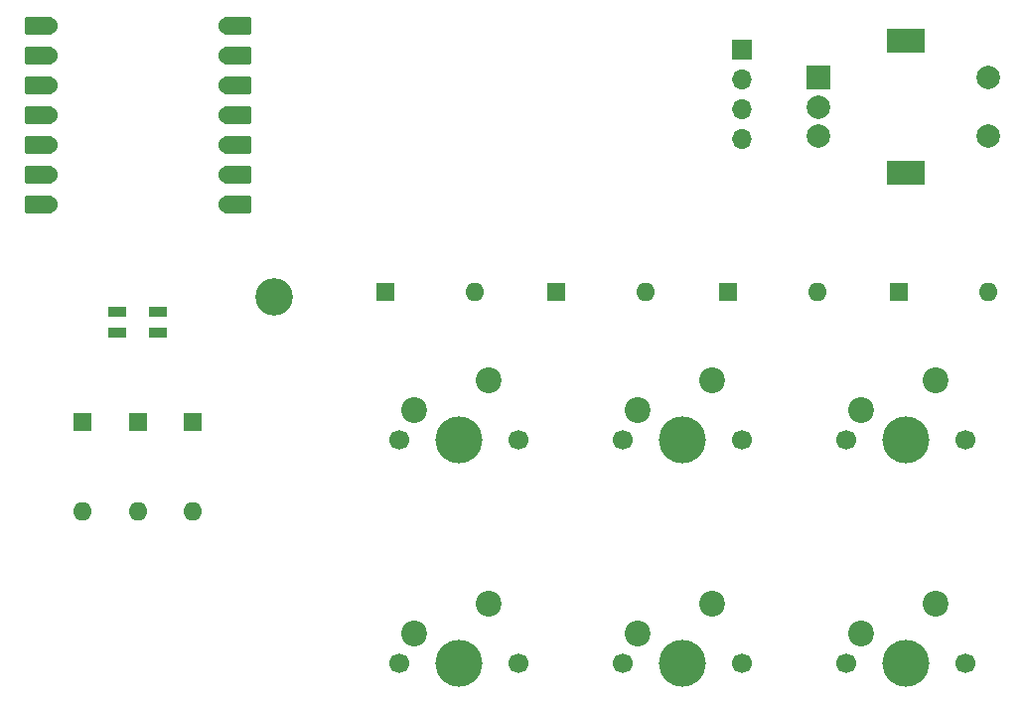
<source format=gbr>
%TF.GenerationSoftware,KiCad,Pcbnew,9.0.2*%
%TF.CreationDate,2025-05-26T15:10:03-05:00*%
%TF.ProjectId,CommandPad,436f6d6d-616e-4645-9061-642e6b696361,1.0*%
%TF.SameCoordinates,Original*%
%TF.FileFunction,Soldermask,Top*%
%TF.FilePolarity,Negative*%
%FSLAX46Y46*%
G04 Gerber Fmt 4.6, Leading zero omitted, Abs format (unit mm)*
G04 Created by KiCad (PCBNEW 9.0.2) date 2025-05-26 15:10:03*
%MOMM*%
%LPD*%
G01*
G04 APERTURE LIST*
G04 Aperture macros list*
%AMRoundRect*
0 Rectangle with rounded corners*
0 $1 Rounding radius*
0 $2 $3 $4 $5 $6 $7 $8 $9 X,Y pos of 4 corners*
0 Add a 4 corners polygon primitive as box body*
4,1,4,$2,$3,$4,$5,$6,$7,$8,$9,$2,$3,0*
0 Add four circle primitives for the rounded corners*
1,1,$1+$1,$2,$3*
1,1,$1+$1,$4,$5*
1,1,$1+$1,$6,$7*
1,1,$1+$1,$8,$9*
0 Add four rect primitives between the rounded corners*
20,1,$1+$1,$2,$3,$4,$5,0*
20,1,$1+$1,$4,$5,$6,$7,0*
20,1,$1+$1,$6,$7,$8,$9,0*
20,1,$1+$1,$8,$9,$2,$3,0*%
G04 Aperture macros list end*
%ADD10R,1.600000X1.600000*%
%ADD11O,1.600000X1.600000*%
%ADD12R,1.600000X0.850000*%
%ADD13RoundRect,0.152400X1.063600X0.609600X-1.063600X0.609600X-1.063600X-0.609600X1.063600X-0.609600X0*%
%ADD14C,1.524000*%
%ADD15RoundRect,0.152400X-1.063600X-0.609600X1.063600X-0.609600X1.063600X0.609600X-1.063600X0.609600X0*%
%ADD16C,1.700000*%
%ADD17C,4.000000*%
%ADD18C,2.200000*%
%ADD19R,2.000000X2.000000*%
%ADD20C,2.000000*%
%ADD21R,3.200000X2.000000*%
%ADD22R,1.700000X1.700000*%
%ADD23O,1.700000X1.700000*%
%ADD24C,3.200000*%
G04 APERTURE END LIST*
D10*
%TO.C,D6*%
X151300000Y-107963689D03*
D11*
X151300000Y-115583689D03*
%TD*%
D10*
%TO.C,D2*%
X191680000Y-96900000D03*
D11*
X199300000Y-96900000D03*
%TD*%
D12*
%TO.C,DLED1*%
X154250000Y-98568094D03*
X154250000Y-100318094D03*
X157750000Y-100318094D03*
X157750000Y-98568094D03*
%TD*%
D13*
%TO.C,U1*%
X147545000Y-74150000D03*
D14*
X148380000Y-74150000D03*
D13*
X147545000Y-76690000D03*
D14*
X148380000Y-76690000D03*
D13*
X147545000Y-79230000D03*
D14*
X148380000Y-79230000D03*
D13*
X147545000Y-81770000D03*
D14*
X148380000Y-81770000D03*
D13*
X147545000Y-84310000D03*
D14*
X148380000Y-84310000D03*
D13*
X147545000Y-86850000D03*
D14*
X148380000Y-86850000D03*
D13*
X147545000Y-89390000D03*
D14*
X148380000Y-89390000D03*
X163620000Y-89390000D03*
D15*
X164455000Y-89390000D03*
D14*
X163620000Y-86850000D03*
D15*
X164455000Y-86850000D03*
D14*
X163620000Y-84310000D03*
D15*
X164455000Y-84310000D03*
D14*
X163620000Y-81770000D03*
D15*
X164455000Y-81770000D03*
D14*
X163620000Y-79230000D03*
D15*
X164455000Y-79230000D03*
D14*
X163620000Y-76690000D03*
D15*
X164455000Y-76690000D03*
D14*
X163620000Y-74150000D03*
D15*
X164455000Y-74150000D03*
%TD*%
D10*
%TO.C,D4*%
X160700000Y-107963689D03*
D11*
X160700000Y-115583689D03*
%TD*%
D10*
%TO.C,D3*%
X206280000Y-96900000D03*
D11*
X213900000Y-96900000D03*
%TD*%
D16*
%TO.C,S2*%
X197326250Y-109537500D03*
D17*
X202406250Y-109537500D03*
D16*
X207486250Y-109537500D03*
D18*
X204946250Y-104457500D03*
X198596250Y-106997500D03*
%TD*%
D16*
%TO.C,S4*%
X178276250Y-128587500D03*
D17*
X183356250Y-128587500D03*
D16*
X188436250Y-128587500D03*
D18*
X185896250Y-123507500D03*
X179546250Y-126047500D03*
%TD*%
D19*
%TO.C,SW1*%
X214000000Y-78600000D03*
D20*
X214000000Y-83600000D03*
X214000000Y-81100000D03*
D21*
X221500000Y-75500000D03*
X221500000Y-86700000D03*
D20*
X228500000Y-83600000D03*
X228500000Y-78600000D03*
%TD*%
D10*
%TO.C,D5*%
X156000000Y-107963689D03*
D11*
X156000000Y-115583689D03*
%TD*%
D22*
%TO.C,J1*%
X207500000Y-76190000D03*
D23*
X207500000Y-78730000D03*
X207500000Y-81270000D03*
X207500000Y-83810000D03*
%TD*%
D16*
%TO.C,S3*%
X216376250Y-109537500D03*
D17*
X221456250Y-109537500D03*
D16*
X226536250Y-109537500D03*
D18*
X223996250Y-104457500D03*
X217646250Y-106997500D03*
%TD*%
D16*
%TO.C,S6*%
X216376250Y-128587500D03*
D17*
X221456250Y-128587500D03*
D16*
X226536250Y-128587500D03*
D18*
X223996250Y-123507500D03*
X217646250Y-126047500D03*
%TD*%
D16*
%TO.C,S1*%
X178276250Y-109537500D03*
D17*
X183356250Y-109537500D03*
D16*
X188436250Y-109537500D03*
D18*
X185896250Y-104457500D03*
X179546250Y-106997500D03*
%TD*%
D16*
%TO.C,S5*%
X197326250Y-128587500D03*
D17*
X202406250Y-128587500D03*
D16*
X207486250Y-128587500D03*
D18*
X204946250Y-123507500D03*
X198596250Y-126047500D03*
%TD*%
D10*
%TO.C,D7*%
X220880000Y-96900000D03*
D11*
X228500000Y-96900000D03*
%TD*%
D24*
%TO.C,M3x16mm*%
X167576505Y-97319477D03*
%TD*%
D10*
%TO.C,D1*%
X177080000Y-96900000D03*
D11*
X184700000Y-96900000D03*
%TD*%
M02*

</source>
